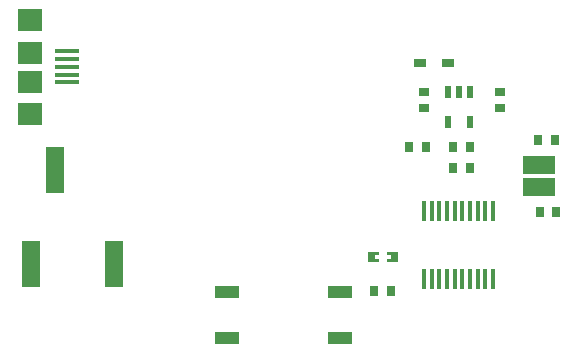
<source format=gtp>
G04 Layer: TopPasteMaskLayer*
G04 EasyEDA v6.5.40, 2024-10-30 17:45:42*
G04 cb6e2e9fbd21486d88ae5690d2d3dc00,10*
G04 Gerber Generator version 0.2*
G04 Scale: 100 percent, Rotated: No, Reflected: No *
G04 Dimensions in millimeters *
G04 leading zeros omitted , absolute positions ,4 integer and 5 decimal *
%FSLAX45Y45*%
%MOMM*%

%AMMACRO1*21,1,$1,$2,0,0,$3*%
%ADD10O,0.36400740000000004X1.7420082*%
%ADD11R,0.8000X0.9000*%
%ADD12R,0.9000X0.8000*%
%ADD13R,1.0000X0.7500*%
%ADD14R,0.6000X1.1000*%
%ADD15MACRO1,1.4999X2.7X-90.0000*%
%ADD16R,2.0000X0.4500*%
%ADD17MACRO1,2.1001X1.8999X0.0000*%
%ADD18R,2.1000X1.9000*%
%ADD19R,1.5000X4.0000*%
%ADD20R,2.0000X1.0000*%

%LPD*%
G36*
X3239922Y959408D02*
G01*
X3234893Y954379D01*
X3234893Y931621D01*
X3271875Y931621D01*
X3271875Y898601D01*
X3234893Y898601D01*
X3234893Y874420D01*
X3239922Y869391D01*
X3319881Y869391D01*
X3324910Y874420D01*
X3324910Y954379D01*
X3319881Y959408D01*
G37*
G36*
X3080918Y959408D02*
G01*
X3075889Y954379D01*
X3075889Y874420D01*
X3080918Y869391D01*
X3160877Y869391D01*
X3165906Y874420D01*
X3165906Y897178D01*
X3128924Y897178D01*
X3128924Y930198D01*
X3165906Y930198D01*
X3165906Y954379D01*
X3160877Y959408D01*
G37*
D10*
G01*
X4131792Y1301318D03*
G01*
X4066793Y1301318D03*
G01*
X4001795Y1301318D03*
G01*
X3936796Y1301318D03*
G01*
X3871772Y1301318D03*
G01*
X3806774Y1301318D03*
G01*
X3741775Y1301318D03*
G01*
X3676777Y1301318D03*
G01*
X3611778Y1301318D03*
G01*
X3546779Y1301318D03*
G01*
X4131792Y727125D03*
G01*
X4066793Y727125D03*
G01*
X4001795Y727125D03*
G01*
X3936796Y727125D03*
G01*
X3871772Y727125D03*
G01*
X3806774Y727125D03*
G01*
X3741775Y727125D03*
G01*
X3676777Y727125D03*
G01*
X3611778Y727125D03*
G01*
X3546779Y727125D03*
D11*
G01*
X3936796Y1663700D03*
G01*
X3796791Y1663700D03*
G01*
X3936796Y1841500D03*
G01*
X3796791Y1841500D03*
G01*
X4527397Y1295400D03*
G01*
X4667402Y1295400D03*
G01*
X4514697Y1905000D03*
G01*
X4654702Y1905000D03*
D12*
G01*
X3543300Y2314397D03*
G01*
X3543300Y2174392D03*
G01*
X4191000Y2314397D03*
G01*
X4191000Y2174392D03*
D11*
G01*
X3562502Y1841500D03*
G01*
X3422497Y1841500D03*
D13*
G01*
X3512311Y2552700D03*
G01*
X3746804Y2552700D03*
D14*
G01*
X3936796Y2054377D03*
G01*
X3746804Y2054377D03*
G01*
X3746804Y2314422D03*
G01*
X3841800Y2314422D03*
G01*
X3936796Y2314422D03*
D15*
G01*
X4521885Y1693430D03*
G01*
X4521885Y1503438D03*
D16*
G01*
X521817Y2394204D03*
G01*
X521817Y2459228D03*
G01*
X521817Y2524252D03*
G01*
X521817Y2589276D03*
G01*
X521817Y2654300D03*
D17*
G01*
X214807Y2124227D03*
D18*
G01*
X214807Y2924225D03*
G01*
X213258Y2645206D03*
G01*
X211302Y2393238D03*
D11*
G01*
X3124200Y622300D03*
G01*
X3264204Y622300D03*
D19*
G01*
X223520Y850900D03*
G01*
X919479Y850900D03*
G01*
X421639Y1651000D03*
D20*
G01*
X2836163Y231012D03*
G01*
X1876170Y231012D03*
G01*
X2836163Y621029D03*
G01*
X1876170Y621029D03*
M02*

</source>
